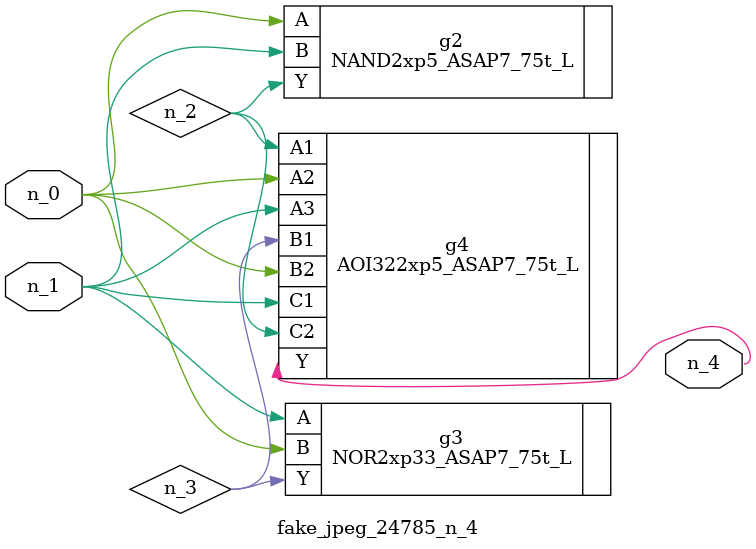
<source format=v>
module fake_jpeg_24785_n_4 (n_0, n_1, n_4);

input n_0;
input n_1;

output n_4;

wire n_2;
wire n_3;

NAND2xp5_ASAP7_75t_L g2 ( 
.A(n_0),
.B(n_1),
.Y(n_2)
);

NOR2xp33_ASAP7_75t_L g3 ( 
.A(n_1),
.B(n_0),
.Y(n_3)
);

AOI322xp5_ASAP7_75t_L g4 ( 
.A1(n_2),
.A2(n_0),
.A3(n_1),
.B1(n_3),
.B2(n_0),
.C1(n_1),
.C2(n_2),
.Y(n_4)
);


endmodule
</source>
